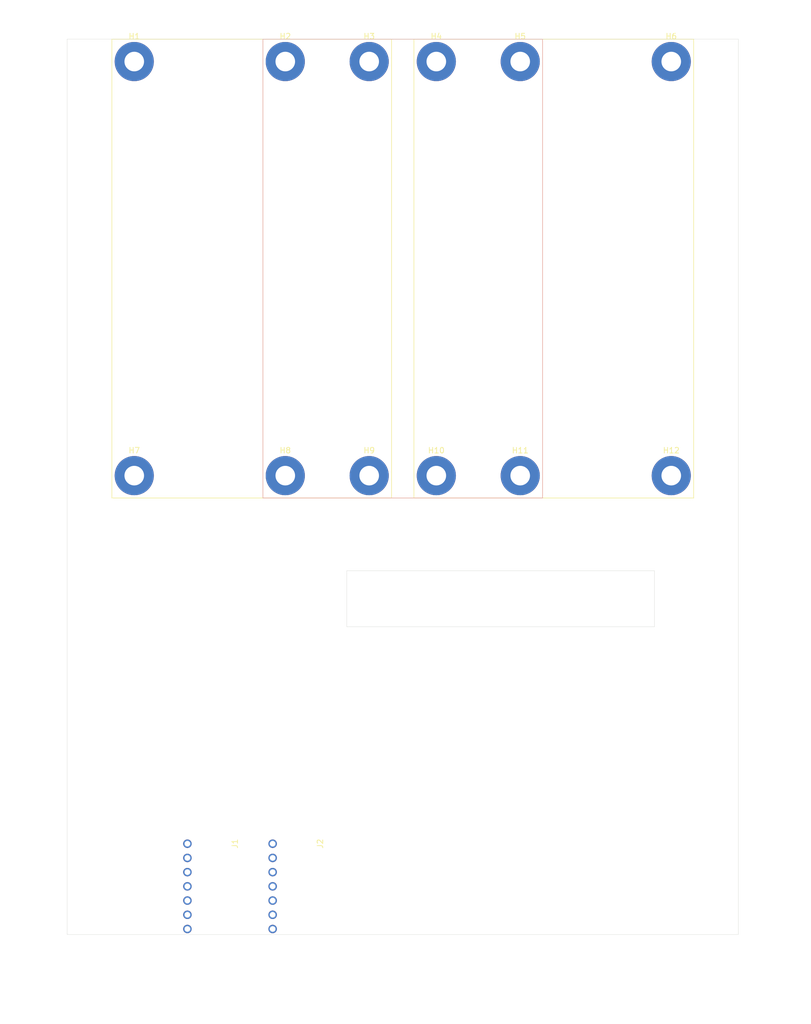
<source format=kicad_pcb>
(kicad_pcb (version 20171130) (host pcbnew "(5.1.5-0)")

  (general
    (thickness 1.6)
    (drawings 20)
    (tracks 0)
    (zones 0)
    (modules 14)
    (nets 16)
  )

  (page A4)
  (layers
    (0 F.Cu signal)
    (31 B.Cu signal)
    (32 B.Adhes user)
    (33 F.Adhes user)
    (34 B.Paste user)
    (35 F.Paste user)
    (36 B.SilkS user)
    (37 F.SilkS user)
    (38 B.Mask user)
    (39 F.Mask user)
    (40 Dwgs.User user)
    (41 Cmts.User user)
    (42 Eco1.User user)
    (43 Eco2.User user)
    (44 Edge.Cuts user)
    (45 Margin user)
    (46 B.CrtYd user)
    (47 F.CrtYd user)
    (48 B.Fab user)
    (49 F.Fab user)
  )

  (setup
    (last_trace_width 0.25)
    (trace_clearance 0.2)
    (zone_clearance 0.508)
    (zone_45_only no)
    (trace_min 0.2)
    (via_size 0.8)
    (via_drill 0.4)
    (via_min_size 0.4)
    (via_min_drill 0.3)
    (uvia_size 0.3)
    (uvia_drill 0.1)
    (uvias_allowed no)
    (uvia_min_size 0.2)
    (uvia_min_drill 0.1)
    (edge_width 0.05)
    (segment_width 0.2)
    (pcb_text_width 0.3)
    (pcb_text_size 1.5 1.5)
    (mod_edge_width 0.12)
    (mod_text_size 1 1)
    (mod_text_width 0.15)
    (pad_size 1.524 1.524)
    (pad_drill 1.02)
    (pad_to_mask_clearance 0)
    (aux_axis_origin 0 0)
    (visible_elements 7FFFFFFF)
    (pcbplotparams
      (layerselection 0x010fc_ffffffff)
      (usegerberextensions true)
      (usegerberattributes true)
      (usegerberadvancedattributes true)
      (creategerberjobfile false)
      (excludeedgelayer true)
      (linewidth 0.100000)
      (plotframeref false)
      (viasonmask false)
      (mode 1)
      (useauxorigin false)
      (hpglpennumber 1)
      (hpglpenspeed 20)
      (hpglpendiameter 15.000000)
      (psnegative false)
      (psa4output false)
      (plotreference true)
      (plotvalue true)
      (plotinvisibletext false)
      (padsonsilk false)
      (subtractmaskfromsilk false)
      (outputformat 1)
      (mirror false)
      (drillshape 0)
      (scaleselection 1)
      (outputdirectory "Gerber/"))
  )

  (net 0 "")
  (net 1 "Net-(J1-Pad1)")
  (net 2 "Net-(J1-Pad2)")
  (net 3 "Net-(J1-Pad3)")
  (net 4 "Net-(J1-Pad4)")
  (net 5 "Net-(J1-Pad5)")
  (net 6 "Net-(J1-Pad6)")
  (net 7 "Net-(J1-Pad7)")
  (net 8 "Net-(J2-Pad7)")
  (net 9 "Net-(J2-Pad6)")
  (net 10 "Net-(J2-Pad5)")
  (net 11 "Net-(J2-Pad4)")
  (net 12 "Net-(J2-Pad3)")
  (net 13 "Net-(J2-Pad2)")
  (net 14 "Net-(J2-Pad1)")
  (net 15 GND)

  (net_class Default "This is the default net class."
    (clearance 0.2)
    (trace_width 0.25)
    (via_dia 0.8)
    (via_drill 0.4)
    (uvia_dia 0.3)
    (uvia_drill 0.1)
    (add_net "Net-(J1-Pad1)")
    (add_net "Net-(J1-Pad2)")
    (add_net "Net-(J1-Pad3)")
    (add_net "Net-(J1-Pad4)")
    (add_net "Net-(J1-Pad5)")
    (add_net "Net-(J1-Pad6)")
    (add_net "Net-(J1-Pad7)")
    (add_net "Net-(J2-Pad1)")
    (add_net "Net-(J2-Pad2)")
    (add_net "Net-(J2-Pad3)")
    (add_net "Net-(J2-Pad4)")
    (add_net "Net-(J2-Pad5)")
    (add_net "Net-(J2-Pad6)")
    (add_net "Net-(J2-Pad7)")
  )

  (module MountingHole:MountingHole_3.5mm_Pad (layer F.Cu) (tedit 56D1B4CB) (tstamp 61D8FE20)
    (at 12 4)
    (descr "Mounting Hole 3.5mm")
    (tags "mounting hole 3.5mm")
    (path /61D8BD82)
    (attr virtual)
    (fp_text reference H1 (at 0 -4.5) (layer F.SilkS)
      (effects (font (size 1 1) (thickness 0.15)))
    )
    (fp_text value MountingHole (at 0 4.5) (layer F.Fab)
      (effects (font (size 1 1) (thickness 0.15)))
    )
    (fp_circle (center 0 0) (end 3.75 0) (layer F.CrtYd) (width 0.05))
    (fp_circle (center 0 0) (end 3.5 0) (layer Cmts.User) (width 0.15))
    (fp_text user %R (at 0.3 0) (layer F.Fab)
      (effects (font (size 1 1) (thickness 0.15)))
    )
    (pad 1 thru_hole circle (at 0 0) (size 7 7) (drill 3.5) (layers *.Cu *.Mask))
  )

  (module MountingHole:MountingHole_3.5mm_Pad (layer F.Cu) (tedit 56D1B4CB) (tstamp 61D8FE28)
    (at 39 4)
    (descr "Mounting Hole 3.5mm")
    (tags "mounting hole 3.5mm")
    (path /61D8D679)
    (attr virtual)
    (fp_text reference H2 (at 0 -4.5) (layer F.SilkS)
      (effects (font (size 1 1) (thickness 0.15)))
    )
    (fp_text value MountingHole (at 0 4.5) (layer F.Fab)
      (effects (font (size 1 1) (thickness 0.15)))
    )
    (fp_circle (center 0 0) (end 3.5 0) (layer Cmts.User) (width 0.15))
    (fp_circle (center 0 0) (end 3.75 0) (layer F.CrtYd) (width 0.05))
    (fp_text user %R (at 0.3 0) (layer F.Fab)
      (effects (font (size 1 1) (thickness 0.15)))
    )
    (pad 1 thru_hole circle (at 0 0) (size 7 7) (drill 3.5) (layers *.Cu *.Mask))
  )

  (module MountingHole:MountingHole_3.5mm_Pad (layer F.Cu) (tedit 56D1B4CB) (tstamp 61D8FE30)
    (at 54 4)
    (descr "Mounting Hole 3.5mm")
    (tags "mounting hole 3.5mm")
    (path /61D8E20A)
    (attr virtual)
    (fp_text reference H3 (at 0 -4.5) (layer F.SilkS)
      (effects (font (size 1 1) (thickness 0.15)))
    )
    (fp_text value MountingHole (at 0 4.5) (layer F.Fab)
      (effects (font (size 1 1) (thickness 0.15)))
    )
    (fp_circle (center 0 0) (end 3.75 0) (layer F.CrtYd) (width 0.05))
    (fp_circle (center 0 0) (end 3.5 0) (layer Cmts.User) (width 0.15))
    (fp_text user %R (at 0.3 0) (layer F.Fab)
      (effects (font (size 1 1) (thickness 0.15)))
    )
    (pad 1 thru_hole circle (at 0 0) (size 7 7) (drill 3.5) (layers *.Cu *.Mask))
  )

  (module MountingHole:MountingHole_3.5mm_Pad (layer F.Cu) (tedit 56D1B4CB) (tstamp 61D8FE38)
    (at 66 4)
    (descr "Mounting Hole 3.5mm")
    (tags "mounting hole 3.5mm")
    (path /61D8E234)
    (attr virtual)
    (fp_text reference H4 (at 0 -4.5) (layer F.SilkS)
      (effects (font (size 1 1) (thickness 0.15)))
    )
    (fp_text value MountingHole (at 0 4.5) (layer F.Fab)
      (effects (font (size 1 1) (thickness 0.15)))
    )
    (fp_circle (center 0 0) (end 3.5 0) (layer Cmts.User) (width 0.15))
    (fp_circle (center 0 0) (end 3.75 0) (layer F.CrtYd) (width 0.05))
    (fp_text user %R (at 0.3 0) (layer F.Fab)
      (effects (font (size 1 1) (thickness 0.15)))
    )
    (pad 1 thru_hole circle (at 0 0) (size 7 7) (drill 3.5) (layers *.Cu *.Mask))
  )

  (module MountingHole:MountingHole_3.5mm_Pad (layer F.Cu) (tedit 56D1B4CB) (tstamp 61D8FE40)
    (at 81 4)
    (descr "Mounting Hole 3.5mm")
    (tags "mounting hole 3.5mm")
    (path /61D8EDF0)
    (attr virtual)
    (fp_text reference H5 (at 0 -4.5) (layer F.SilkS)
      (effects (font (size 1 1) (thickness 0.15)))
    )
    (fp_text value MountingHole (at 0 4.5) (layer F.Fab)
      (effects (font (size 1 1) (thickness 0.15)))
    )
    (fp_circle (center 0 0) (end 3.75 0) (layer F.CrtYd) (width 0.05))
    (fp_circle (center 0 0) (end 3.5 0) (layer Cmts.User) (width 0.15))
    (fp_text user %R (at 0.3 0) (layer F.Fab)
      (effects (font (size 1 1) (thickness 0.15)))
    )
    (pad 1 thru_hole circle (at 0 0) (size 7 7) (drill 3.5) (layers *.Cu *.Mask))
  )

  (module MountingHole:MountingHole_3.5mm_Pad (layer F.Cu) (tedit 56D1B4CB) (tstamp 61D8FE48)
    (at 108 4)
    (descr "Mounting Hole 3.5mm")
    (tags "mounting hole 3.5mm")
    (path /61D8EE32)
    (attr virtual)
    (fp_text reference H6 (at 0 -4.5) (layer F.SilkS)
      (effects (font (size 1 1) (thickness 0.15)))
    )
    (fp_text value MountingHole (at 0 4.5) (layer F.Fab)
      (effects (font (size 1 1) (thickness 0.15)))
    )
    (fp_circle (center 0 0) (end 3.5 0) (layer Cmts.User) (width 0.15))
    (fp_circle (center 0 0) (end 3.75 0) (layer F.CrtYd) (width 0.05))
    (fp_text user %R (at 0.3 0) (layer F.Fab)
      (effects (font (size 1 1) (thickness 0.15)))
    )
    (pad 1 thru_hole circle (at 0 0) (size 7 7) (drill 3.5) (layers *.Cu *.Mask))
  )

  (module MountingHole:MountingHole_3.5mm_Pad (layer F.Cu) (tedit 56D1B4CB) (tstamp 61D8FE50)
    (at 12 78)
    (descr "Mounting Hole 3.5mm")
    (tags "mounting hole 3.5mm")
    (path /61D8EE3C)
    (attr virtual)
    (fp_text reference H7 (at 0 -4.5) (layer F.SilkS)
      (effects (font (size 1 1) (thickness 0.15)))
    )
    (fp_text value MountingHole (at 0 4.5) (layer F.Fab)
      (effects (font (size 1 1) (thickness 0.15)))
    )
    (fp_circle (center 0 0) (end 3.75 0) (layer F.CrtYd) (width 0.05))
    (fp_circle (center 0 0) (end 3.5 0) (layer Cmts.User) (width 0.15))
    (fp_text user %R (at 0.3 0) (layer F.Fab)
      (effects (font (size 1 1) (thickness 0.15)))
    )
    (pad 1 thru_hole circle (at 0 0) (size 7 7) (drill 3.5) (layers *.Cu *.Mask))
  )

  (module MountingHole:MountingHole_3.5mm_Pad (layer F.Cu) (tedit 56D1B4CB) (tstamp 61D8FE58)
    (at 39 78)
    (descr "Mounting Hole 3.5mm")
    (tags "mounting hole 3.5mm")
    (path /61D8EE46)
    (attr virtual)
    (fp_text reference H8 (at 0 -4.5) (layer F.SilkS)
      (effects (font (size 1 1) (thickness 0.15)))
    )
    (fp_text value MountingHole (at 0 4.5) (layer F.Fab)
      (effects (font (size 1 1) (thickness 0.15)))
    )
    (fp_circle (center 0 0) (end 3.5 0) (layer Cmts.User) (width 0.15))
    (fp_circle (center 0 0) (end 3.75 0) (layer F.CrtYd) (width 0.05))
    (fp_text user %R (at 0.3 0) (layer F.Fab)
      (effects (font (size 1 1) (thickness 0.15)))
    )
    (pad 1 thru_hole circle (at 0 0) (size 7 7) (drill 3.5) (layers *.Cu *.Mask))
  )

  (module MountingHole:MountingHole_3.5mm_Pad (layer F.Cu) (tedit 56D1B4CB) (tstamp 61D8FE60)
    (at 54 78)
    (descr "Mounting Hole 3.5mm")
    (tags "mounting hole 3.5mm")
    (path /61D910E4)
    (attr virtual)
    (fp_text reference H9 (at 0 -4.5) (layer F.SilkS)
      (effects (font (size 1 1) (thickness 0.15)))
    )
    (fp_text value MountingHole (at 0 4.5) (layer F.Fab)
      (effects (font (size 1 1) (thickness 0.15)))
    )
    (fp_circle (center 0 0) (end 3.75 0) (layer F.CrtYd) (width 0.05))
    (fp_circle (center 0 0) (end 3.5 0) (layer Cmts.User) (width 0.15))
    (fp_text user %R (at 0.3 0) (layer F.Fab)
      (effects (font (size 1 1) (thickness 0.15)))
    )
    (pad 1 thru_hole circle (at 0 0) (size 7 7) (drill 3.5) (layers *.Cu *.Mask))
  )

  (module MountingHole:MountingHole_3.5mm_Pad (layer F.Cu) (tedit 56D1B4CB) (tstamp 61D8FE68)
    (at 66 78)
    (descr "Mounting Hole 3.5mm")
    (tags "mounting hole 3.5mm")
    (path /61D91156)
    (attr virtual)
    (fp_text reference H10 (at 0 -4.5) (layer F.SilkS)
      (effects (font (size 1 1) (thickness 0.15)))
    )
    (fp_text value MountingHole (at 0 4.5) (layer F.Fab)
      (effects (font (size 1 1) (thickness 0.15)))
    )
    (fp_circle (center 0 0) (end 3.5 0) (layer Cmts.User) (width 0.15))
    (fp_circle (center 0 0) (end 3.75 0) (layer F.CrtYd) (width 0.05))
    (fp_text user %R (at 0.3 0) (layer F.Fab)
      (effects (font (size 1 1) (thickness 0.15)))
    )
    (pad 1 thru_hole circle (at 0 0) (size 7 7) (drill 3.5) (layers *.Cu *.Mask))
  )

  (module MountingHole:MountingHole_3.5mm_Pad (layer F.Cu) (tedit 56D1B4CB) (tstamp 61D8FE70)
    (at 81 78)
    (descr "Mounting Hole 3.5mm")
    (tags "mounting hole 3.5mm")
    (path /61D91160)
    (attr virtual)
    (fp_text reference H11 (at 0 -4.5) (layer F.SilkS)
      (effects (font (size 1 1) (thickness 0.15)))
    )
    (fp_text value MountingHole (at 0 4.5) (layer F.Fab)
      (effects (font (size 1 1) (thickness 0.15)))
    )
    (fp_circle (center 0 0) (end 3.75 0) (layer F.CrtYd) (width 0.05))
    (fp_circle (center 0 0) (end 3.5 0) (layer Cmts.User) (width 0.15))
    (fp_text user %R (at 0.3 0) (layer F.Fab)
      (effects (font (size 1 1) (thickness 0.15)))
    )
    (pad 1 thru_hole circle (at 0 0) (size 7 7) (drill 3.5) (layers *.Cu *.Mask))
  )

  (module MountingHole:MountingHole_3.5mm_Pad (layer F.Cu) (tedit 56D1B4CB) (tstamp 61D8FE78)
    (at 108 78)
    (descr "Mounting Hole 3.5mm")
    (tags "mounting hole 3.5mm")
    (path /61D9116A)
    (attr virtual)
    (fp_text reference H12 (at 0 -4.5) (layer F.SilkS)
      (effects (font (size 1 1) (thickness 0.15)))
    )
    (fp_text value MountingHole (at 0 4.5) (layer F.Fab)
      (effects (font (size 1 1) (thickness 0.15)))
    )
    (fp_circle (center 0 0) (end 3.5 0) (layer Cmts.User) (width 0.15))
    (fp_circle (center 0 0) (end 3.75 0) (layer F.CrtYd) (width 0.05))
    (fp_text user %R (at 0.3 0) (layer F.Fab)
      (effects (font (size 1 1) (thickness 0.15)))
    )
    (pad 1 thru_hole circle (at 0 0) (size 7 7) (drill 3.5) (layers *.Cu *.Mask))
  )

  (module Connector:1x7_2.54mm_FemaleHeader (layer F.Cu) (tedit 61D8A1B6) (tstamp 61D8FE83)
    (at 21.502 143.78 270)
    (path /61D9DB95)
    (attr smd)
    (fp_text reference J1 (at 0 -8.5 90) (layer F.SilkS)
      (effects (font (size 1 1) (thickness 0.15)))
    )
    (fp_text value Conn_01x07_Female (at 0 -7 90) (layer F.Fab)
      (effects (font (size 1 1) (thickness 0.15)))
    )
    (pad 1 thru_hole circle (at 0 0 270) (size 1.524 1.524) (drill 1.02) (layers *.Cu *.Mask)
      (net 1 "Net-(J1-Pad1)"))
    (pad 2 thru_hole circle (at 2.54 0 270) (size 1.524 1.524) (drill 1.02) (layers *.Cu *.Mask)
      (net 2 "Net-(J1-Pad2)"))
    (pad 3 thru_hole circle (at 5.08 0 270) (size 1.524 1.524) (drill 1.02) (layers *.Cu *.Mask)
      (net 3 "Net-(J1-Pad3)"))
    (pad 4 thru_hole circle (at 7.62 0 270) (size 1.524 1.524) (drill 1.02) (layers *.Cu *.Mask)
      (net 4 "Net-(J1-Pad4)"))
    (pad 5 thru_hole circle (at 10.16 0 270) (size 1.524 1.524) (drill 1.02) (layers *.Cu *.Mask)
      (net 5 "Net-(J1-Pad5)"))
    (pad 6 thru_hole circle (at 12.7 0 270) (size 1.524 1.524) (drill 1.02) (layers *.Cu *.Mask)
      (net 6 "Net-(J1-Pad6)"))
    (pad 7 thru_hole circle (at 15.24 0 270) (size 1.524 1.524) (drill 1.02) (layers *.Cu *.Mask)
      (net 7 "Net-(J1-Pad7)"))
  )

  (module Connector:1x7_2.54mm_FemaleHeader (layer F.Cu) (tedit 61D8A1B6) (tstamp 61D8FE8E)
    (at 36.742 143.78 270)
    (path /61D9F55B)
    (attr smd)
    (fp_text reference J2 (at 0 -8.5 90) (layer F.SilkS)
      (effects (font (size 1 1) (thickness 0.15)))
    )
    (fp_text value Conn_01x07_Female (at 0 -7 90) (layer F.Fab)
      (effects (font (size 1 1) (thickness 0.15)))
    )
    (pad 7 thru_hole circle (at 15.24 0 270) (size 1.524 1.524) (drill 1.02) (layers *.Cu *.Mask)
      (net 8 "Net-(J2-Pad7)"))
    (pad 6 thru_hole circle (at 12.7 0 270) (size 1.524 1.524) (drill 1.02) (layers *.Cu *.Mask)
      (net 9 "Net-(J2-Pad6)"))
    (pad 5 thru_hole circle (at 10.16 0 270) (size 1.524 1.524) (drill 1.02) (layers *.Cu *.Mask)
      (net 10 "Net-(J2-Pad5)"))
    (pad 4 thru_hole circle (at 7.62 0 270) (size 1.524 1.524) (drill 1.02) (layers *.Cu *.Mask)
      (net 11 "Net-(J2-Pad4)"))
    (pad 3 thru_hole circle (at 5.08 0 270) (size 1.524 1.524) (drill 1.02) (layers *.Cu *.Mask)
      (net 12 "Net-(J2-Pad3)"))
    (pad 2 thru_hole circle (at 2.54 0 270) (size 1.524 1.524) (drill 1.02) (layers *.Cu *.Mask)
      (net 13 "Net-(J2-Pad2)"))
    (pad 1 thru_hole circle (at 0 0 270) (size 1.524 1.524) (drill 1.02) (layers *.Cu *.Mask)
      (net 14 "Net-(J2-Pad1)"))
  )

  (gr_line (start 50 95) (end 50 105) (layer Edge.Cuts) (width 0.05) (tstamp 61D9161B))
  (gr_line (start 105 95) (end 105 105) (layer Edge.Cuts) (width 0.05) (tstamp 61D9160E))
  (gr_line (start 50 105) (end 105 105) (layer Edge.Cuts) (width 0.05) (tstamp 61D91603))
  (gr_line (start 50 95) (end 105 95) (layer Edge.Cuts) (width 0.05))
  (gr_line (start 35 0) (end 85 0) (layer B.SilkS) (width 0.12) (tstamp 61D90A63))
  (gr_line (start 35 82) (end 85 82) (layer B.SilkS) (width 0.12) (tstamp 61D90A62))
  (gr_line (start 85 0) (end 85 82) (layer B.SilkS) (width 0.12))
  (gr_line (start 35 0) (end 35 82) (layer B.SilkS) (width 0.12))
  (gr_line (start 62 82) (end 112 82) (layer F.SilkS) (width 0.12) (tstamp 61D90A58))
  (gr_line (start 8 82) (end 58 82) (layer F.SilkS) (width 0.12) (tstamp 61D90A57))
  (gr_line (start 58 0) (end 8 0) (layer F.SilkS) (width 0.12) (tstamp 61D90A56))
  (gr_line (start 112 0) (end 62 0) (layer F.SilkS) (width 0.12) (tstamp 61D90A55))
  (gr_line (start 112 0) (end 112 82) (layer F.SilkS) (width 0.12))
  (gr_line (start 62 0) (end 62 82) (layer F.SilkS) (width 0.12))
  (gr_line (start 58 0) (end 58 82) (layer F.SilkS) (width 0.12))
  (gr_line (start 8 0) (end 8 82) (layer F.SilkS) (width 0.12))
  (gr_line (start 120 160) (end 0 160) (layer Edge.Cuts) (width 0.05) (tstamp 61D90610))
  (gr_line (start 120 0) (end 120 160) (layer Edge.Cuts) (width 0.05))
  (gr_line (start 0 0) (end 120 0) (layer Edge.Cuts) (width 0.05))
  (gr_line (start 0 0) (end 0 160) (layer Edge.Cuts) (width 0.05))

  (zone (net 15) (net_name GND) (layer F.Cu) (tstamp 61DCF772) (hatch edge 0.508)
    (connect_pads (clearance 0.508))
    (min_thickness 0.254)
    (fill yes (arc_segments 32) (thermal_gap 0.508) (thermal_bridge_width 0.508))
    (polygon
      (pts
        (xy 128 173) (xy -11 173) (xy -10 -6) (xy 128 -6)
      )
    )
  )
  (zone (net 15) (net_name GND) (layer B.Cu) (tstamp 61DCF76F) (hatch edge 0.508)
    (connect_pads (clearance 0.508))
    (min_thickness 0.254)
    (fill yes (arc_segments 32) (thermal_gap 0.508) (thermal_bridge_width 0.508))
    (polygon
      (pts
        (xy 133 176) (xy -12 176) (xy -10 -7) (xy 133 -7)
      )
    )
  )
)

</source>
